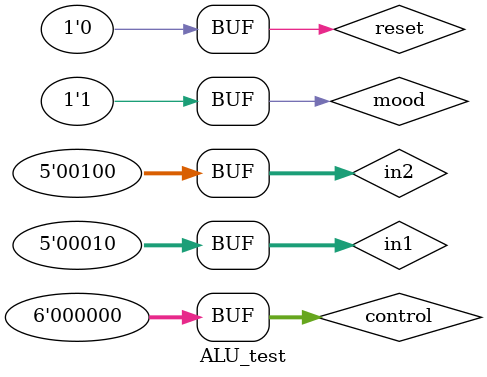
<source format=v>
`timescale 1ns / 1ps


module ALU_test;

	// Inputs
	reg mood;
	reg [4:0] in1;
	reg [4:0] in2;
	reg reset;
	reg [5:0] control;

	// Outputs
	wire [31:0] out;
	wire equality;
	wire balance;

	// Instantiate the Unit Under Test (UUT)
	ALU uut (
		.mood(mood), 
		.in1(in1), 
		.in2(in2), 
		.out(out), 
		.reset(reset), 
		.equality(equality), 
		.balance(balance), 
		.control(control)
	);

	initial begin
		// Initialize Inputs
		mood = 0;
		in1 = 0;
		in2 = 0;
		reset = 0;
		control = 0;

		// Wait 100 ns for global reset to finish
		#100;
        
		// Add stimulus here
		mood = 0;
		in1 = 2;
		in2 = 4;
		reset = 0;
		control = 1;

		#100;
		
		mood = 0;
		in1 = 2;
		in2 = 4;
		reset = 0;
		control = 2;

		#100;
		
		mood = 0;
		in1 = 2;
		in2 = 4;
		reset = 0;
		control = 4;

		#100;
		
		mood = 0;
		in1 = 2;
		in2 = 4;
		reset = 0;
		control = 8;

		#100;
		
		mood = 0;
		in1 = 2;
		in2 = 4;
		reset = 0;
		control = 16;

		#100;
		
		mood = 0;
		in1 = 2;
		in2 = 4;
		reset = 0;
		control = 32;

		#100;
		
		mood = 1;
		in1 = 2;
		in2 = 4;
		reset = 0;
		control = 0;
	end
      
endmodule


</source>
